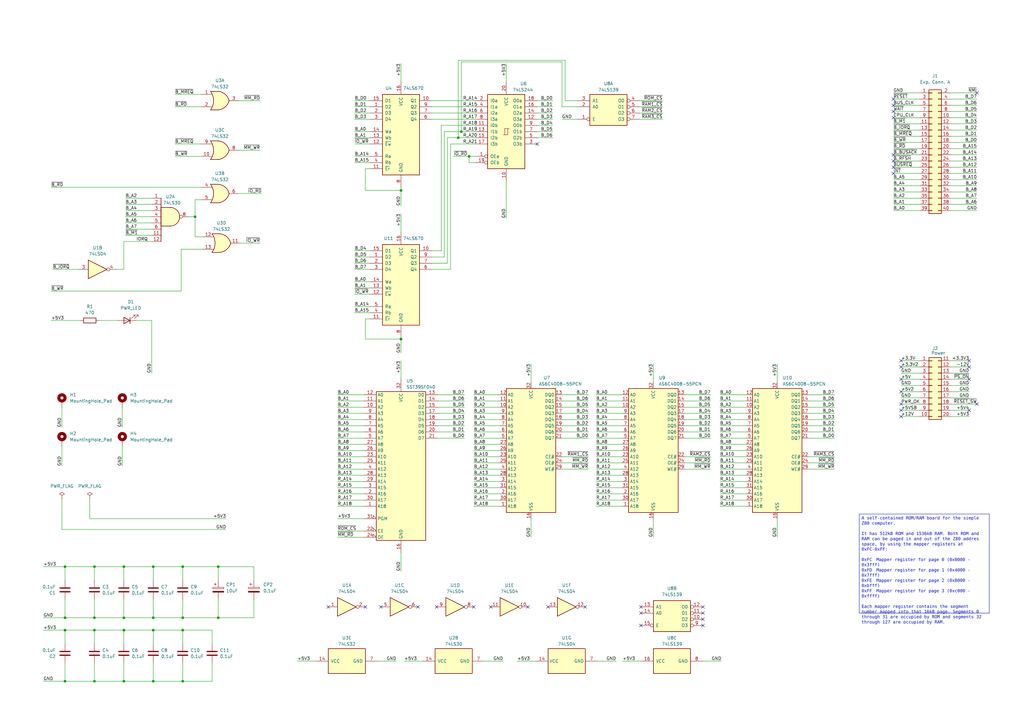
<source format=kicad_sch>
(kicad_sch (version 20230121) (generator eeschema)
  (paper "A3")
  (title_block (title "Simple Z80 ROM/RAM board (2MB)") (date "2023-09-02") (rev "1.0"))
  (junction (at 74.93 232.41))
  (junction (at 50.8 279.4))
  (junction (at 50.8 253.365))
  (junction (at 26.67 258.445))
  (junction (at 192.405 64.135))
  (junction (at 50.8 258.445))
  (junction (at 50.8 232.41))
  (junction (at 80.01 88.9))
  (junction (at 74.93 258.445))
  (junction (at 62.865 258.445))
  (junction (at 26.67 279.4))
  (junction (at 74.93 253.365))
  (junction (at 164.465 139.065))
  (junction (at 164.465 78.105))
  (junction (at 62.865 279.4))
  (junction (at 74.93 279.4))
  (junction (at 62.865 253.365))
  (junction (at 38.735 232.41))
  (junction (at 26.67 232.41))
  (junction (at 38.735 258.445))
  (junction (at 38.735 279.4))
  (junction (at 26.67 253.365))
  (junction (at 89.535 253.365))
  (junction (at 38.735 253.365))
  (junction (at 62.865 232.41))
  (junction (at 189.23 53.975))
  (junction (at 187.96 56.515))
  (junction (at 89.535 232.41))
  (no_connect (at 397.51 147.955))
  (no_connect (at 369.57 160.655))
  (no_connect (at 366.395 43.18))
  (no_connect (at 369.57 165.735))
  (no_connect (at 224.79 248.92))
  (no_connect (at 171.45 248.92))
  (no_connect (at 201.295 248.92))
  (no_connect (at 366.395 48.26))
  (no_connect (at 149.86 248.92))
  (no_connect (at 262.89 256.54))
  (no_connect (at 240.03 248.92))
  (no_connect (at 400.685 38.1))
  (no_connect (at 369.57 155.575))
  (no_connect (at 288.29 256.54))
  (no_connect (at 397.51 150.495))
  (no_connect (at 369.57 168.275))
  (no_connect (at 366.395 40.64))
  (no_connect (at 366.395 68.58))
  (no_connect (at 262.89 248.92))
  (no_connect (at 288.29 248.92))
  (no_connect (at 134.62 248.92))
  (no_connect (at 369.57 170.815))
  (no_connect (at 366.395 66.04))
  (no_connect (at 366.395 45.72))
  (no_connect (at 288.29 251.46))
  (no_connect (at 366.395 71.12))
  (no_connect (at 220.345 59.055))
  (no_connect (at 194.31 248.92))
  (no_connect (at 156.21 248.92))
  (no_connect (at 400.685 165.735))
  (no_connect (at 288.29 254))
  (no_connect (at 369.57 147.955))
  (no_connect (at 366.395 63.5))
  (no_connect (at 369.57 150.495))
  (no_connect (at 397.51 155.575))
  (no_connect (at 397.51 168.275))
  (no_connect (at 216.535 248.92))
  (no_connect (at 262.89 251.46))
  (no_connect (at 179.07 248.92))
  (wire (pts (xy 241.3 164.465) (xy 230.505 164.465)))
  (wire (pts (xy 25.4 204.47) (xy 25.4 217.17)))
  (wire (pts (xy 226.695 51.435) (xy 220.345 51.435)))
  (wire (pts (xy 145.415 46.355) (xy 151.765 46.355)))
  (wire (pts (xy 244.475 194.945) (xy 255.27 194.945)))
  (wire (pts (xy 366.395 50.8) (xy 377.19 50.8)))
  (wire (pts (xy 38.735 264.16) (xy 38.735 258.445)))
  (wire (pts (xy 21.59 110.49) (xy 32.385 110.49)))
  (wire (pts (xy 145.415 41.275) (xy 151.765 41.275)))
  (wire (pts (xy 74.295 102.235) (xy 74.295 119.38)))
  (wire (pts (xy 207.645 26.035) (xy 207.645 33.655)))
  (wire (pts (xy 241.3 179.705) (xy 230.505 179.705)))
  (wire (pts (xy 194.945 64.135) (xy 192.405 64.135)))
  (wire (pts (xy 177.165 43.815) (xy 194.945 43.815)))
  (wire (pts (xy 366.395 55.88) (xy 377.19 55.88)))
  (wire (pts (xy 194.31 192.405) (xy 205.105 192.405)))
  (wire (pts (xy 230.505 187.325) (xy 241.3 187.325)))
  (wire (pts (xy 280.67 189.865) (xy 291.465 189.865)))
  (wire (pts (xy 145.415 107.95) (xy 151.765 107.95)))
  (wire (pts (xy 50.165 167.005) (xy 50.165 175.26)))
  (wire (pts (xy 389.89 158.115) (xy 397.51 158.115)))
  (wire (pts (xy 280.67 187.325) (xy 291.465 187.325)))
  (wire (pts (xy 400.685 71.12) (xy 389.89 71.12)))
  (wire (pts (xy 366.395 45.72) (xy 377.19 45.72)))
  (wire (pts (xy 62.23 131.445) (xy 62.23 153.035)))
  (wire (pts (xy 366.395 43.18) (xy 377.19 43.18)))
  (wire (pts (xy 262.255 41.275) (xy 271.78 41.275)))
  (wire (pts (xy 295.275 174.625) (xy 306.07 174.625)))
  (wire (pts (xy 187.96 24.765) (xy 187.96 56.515)))
  (wire (pts (xy 400.685 50.8) (xy 389.89 50.8)))
  (wire (pts (xy 241.3 177.165) (xy 230.505 177.165)))
  (wire (pts (xy 50.8 279.4) (xy 62.865 279.4)))
  (wire (pts (xy 38.735 258.445) (xy 50.8 258.445)))
  (wire (pts (xy 80.01 88.9) (xy 80.01 81.915)))
  (wire (pts (xy 244.475 182.245) (xy 255.27 182.245)))
  (wire (pts (xy 138.43 205.105) (xy 149.225 205.105)))
  (wire (pts (xy 50.8 238.125) (xy 50.8 232.41)))
  (wire (pts (xy 291.465 161.925) (xy 280.67 161.925)))
  (wire (pts (xy 400.685 48.26) (xy 389.89 48.26)))
  (wire (pts (xy 138.43 200.025) (xy 149.225 200.025)))
  (wire (pts (xy 47.625 110.49) (xy 50.8 110.49)))
  (wire (pts (xy 89.535 232.41) (xy 89.535 238.125)))
  (wire (pts (xy 194.31 189.865) (xy 205.105 189.865)))
  (wire (pts (xy 217.805 149.225) (xy 217.805 156.845)))
  (wire (pts (xy 62.865 232.41) (xy 74.93 232.41)))
  (wire (pts (xy 342.265 172.085) (xy 331.47 172.085)))
  (wire (pts (xy 331.47 187.325) (xy 342.265 187.325)))
  (wire (pts (xy 400.685 76.2) (xy 389.89 76.2)))
  (wire (pts (xy 177.165 105.41) (xy 182.245 105.41)))
  (wire (pts (xy 38.735 232.41) (xy 50.8 232.41)))
  (wire (pts (xy 26.67 245.745) (xy 26.67 253.365)))
  (wire (pts (xy 366.395 60.96) (xy 377.19 60.96)))
  (wire (pts (xy 190.5 177.165) (xy 179.705 177.165)))
  (wire (pts (xy 226.695 46.355) (xy 220.345 46.355)))
  (wire (pts (xy 86.995 271.78) (xy 86.995 279.4)))
  (wire (pts (xy 194.31 197.485) (xy 205.105 197.485)))
  (wire (pts (xy 26.67 264.16) (xy 26.67 258.445)))
  (wire (pts (xy 177.165 46.355) (xy 194.945 46.355)))
  (wire (pts (xy 194.31 194.945) (xy 205.105 194.945)))
  (wire (pts (xy 25.4 182.88) (xy 25.4 191.135)))
  (wire (pts (xy 182.245 53.975) (xy 189.23 53.975)))
  (wire (pts (xy 397.51 153.035) (xy 389.89 153.035)))
  (wire (pts (xy 177.165 48.895) (xy 194.945 48.895)))
  (wire (pts (xy 267.97 220.345) (xy 267.97 212.725)))
  (wire (pts (xy 138.43 202.565) (xy 149.225 202.565)))
  (wire (pts (xy 194.31 177.165) (xy 205.105 177.165)))
  (wire (pts (xy 149.86 139.065) (xy 164.465 139.065)))
  (wire (pts (xy 89.535 253.365) (xy 89.535 245.745)))
  (wire (pts (xy 244.475 197.485) (xy 255.27 197.485)))
  (wire (pts (xy 194.31 179.705) (xy 205.105 179.705)))
  (wire (pts (xy 244.475 187.325) (xy 255.27 187.325)))
  (wire (pts (xy 366.395 66.04) (xy 377.19 66.04)))
  (wire (pts (xy 342.265 164.465) (xy 331.47 164.465)))
  (wire (pts (xy 369.57 147.955) (xy 377.19 147.955)))
  (wire (pts (xy 138.43 212.725) (xy 149.225 212.725)))
  (wire (pts (xy 190.5 172.085) (xy 179.705 172.085)))
  (wire (pts (xy 194.31 161.925) (xy 205.105 161.925)))
  (wire (pts (xy 177.165 107.95) (xy 183.515 107.95)))
  (wire (pts (xy 255.27 271.145) (xy 262.89 271.145)))
  (wire (pts (xy 38.735 279.4) (xy 50.8 279.4)))
  (wire (pts (xy 138.43 189.865) (xy 149.225 189.865)))
  (wire (pts (xy 212.09 271.145) (xy 219.71 271.145)))
  (wire (pts (xy 366.395 86.36) (xy 377.19 86.36)))
  (wire (pts (xy 244.475 192.405) (xy 255.27 192.405)))
  (wire (pts (xy 183.515 56.515) (xy 187.96 56.515)))
  (wire (pts (xy 149.86 78.105) (xy 164.465 78.105)))
  (wire (pts (xy 369.57 150.495) (xy 377.19 150.495)))
  (wire (pts (xy 397.51 150.495) (xy 389.89 150.495)))
  (wire (pts (xy 226.695 53.975) (xy 220.345 53.975)))
  (wire (pts (xy 50.8 232.41) (xy 62.865 232.41)))
  (wire (pts (xy 291.465 172.085) (xy 280.67 172.085)))
  (wire (pts (xy 138.43 169.545) (xy 149.225 169.545)))
  (wire (pts (xy 397.51 155.575) (xy 389.89 155.575)))
  (wire (pts (xy 194.31 187.325) (xy 205.105 187.325)))
  (wire (pts (xy 400.685 66.04) (xy 389.89 66.04)))
  (wire (pts (xy 25.4 217.17) (xy 92.71 217.17)))
  (wire (pts (xy 36.83 212.725) (xy 92.71 212.725)))
  (wire (pts (xy 366.395 40.64) (xy 377.19 40.64)))
  (wire (pts (xy 369.57 170.815) (xy 377.19 170.815)))
  (wire (pts (xy 138.43 161.925) (xy 149.225 161.925)))
  (wire (pts (xy 369.57 163.195) (xy 377.19 163.195)))
  (wire (pts (xy 62.865 264.16) (xy 62.865 258.445)))
  (wire (pts (xy 397.51 170.815) (xy 389.89 170.815)))
  (wire (pts (xy 164.465 139.065) (xy 164.465 138.43)))
  (wire (pts (xy 145.415 125.73) (xy 151.765 125.73)))
  (wire (pts (xy 138.43 184.785) (xy 149.225 184.785)))
  (wire (pts (xy 74.93 279.4) (xy 86.995 279.4)))
  (wire (pts (xy 342.265 177.165) (xy 331.47 177.165)))
  (wire (pts (xy 366.395 83.82) (xy 377.19 83.82)))
  (wire (pts (xy 62.865 258.445) (xy 74.93 258.445)))
  (wire (pts (xy 138.43 164.465) (xy 149.225 164.465)))
  (wire (pts (xy 192.405 66.675) (xy 192.405 64.135)))
  (wire (pts (xy 400.685 165.735) (xy 389.89 165.735)))
  (wire (pts (xy 38.735 271.78) (xy 38.735 279.4)))
  (wire (pts (xy 26.67 253.365) (xy 38.735 253.365)))
  (wire (pts (xy 25.4 167.005) (xy 25.4 175.26)))
  (wire (pts (xy 20.955 131.445) (xy 33.02 131.445)))
  (wire (pts (xy 145.415 102.87) (xy 151.765 102.87)))
  (wire (pts (xy 138.43 177.165) (xy 149.225 177.165)))
  (wire (pts (xy 400.685 58.42) (xy 389.89 58.42)))
  (wire (pts (xy 262.255 48.895) (xy 271.78 48.895)))
  (wire (pts (xy 145.415 118.11) (xy 151.765 118.11)))
  (wire (pts (xy 189.23 53.975) (xy 194.945 53.975)))
  (wire (pts (xy 226.695 43.815) (xy 220.345 43.815)))
  (wire (pts (xy 86.995 264.16) (xy 86.995 258.445)))
  (wire (pts (xy 145.415 64.135) (xy 151.765 64.135)))
  (wire (pts (xy 295.275 167.005) (xy 306.07 167.005)))
  (wire (pts (xy 295.275 161.925) (xy 306.07 161.925)))
  (wire (pts (xy 400.685 83.82) (xy 389.89 83.82)))
  (wire (pts (xy 151.765 59.055) (xy 145.415 59.055)))
  (wire (pts (xy 206.375 271.145) (xy 198.755 271.145)))
  (wire (pts (xy 138.43 192.405) (xy 149.225 192.405)))
  (wire (pts (xy 369.57 153.035) (xy 377.19 153.035)))
  (wire (pts (xy 165.735 271.145) (xy 173.355 271.145)))
  (wire (pts (xy 20.955 119.38) (xy 74.295 119.38)))
  (wire (pts (xy 74.93 238.125) (xy 74.93 232.41)))
  (wire (pts (xy 331.47 189.865) (xy 342.265 189.865)))
  (wire (pts (xy 38.735 245.745) (xy 38.735 253.365)))
  (wire (pts (xy 17.78 253.365) (xy 26.67 253.365)))
  (wire (pts (xy 400.685 68.58) (xy 389.89 68.58)))
  (wire (pts (xy 138.43 172.085) (xy 149.225 172.085)))
  (wire (pts (xy 74.93 271.78) (xy 74.93 279.4)))
  (wire (pts (xy 145.415 56.515) (xy 151.765 56.515)))
  (wire (pts (xy 366.395 48.26) (xy 377.19 48.26)))
  (wire (pts (xy 295.91 271.145) (xy 288.29 271.145)))
  (wire (pts (xy 189.23 25.4) (xy 189.23 53.975)))
  (wire (pts (xy 295.275 164.465) (xy 306.07 164.465)))
  (wire (pts (xy 231.775 41.275) (xy 236.855 41.275)))
  (wire (pts (xy 400.685 53.34) (xy 389.89 53.34)))
  (wire (pts (xy 291.465 174.625) (xy 280.67 174.625)))
  (wire (pts (xy 98.425 99.695) (xy 106.68 99.695)))
  (wire (pts (xy 230.505 192.405) (xy 241.3 192.405)))
  (wire (pts (xy 145.415 53.975) (xy 151.765 53.975)))
  (wire (pts (xy 190.5 174.625) (xy 179.705 174.625)))
  (wire (pts (xy 38.735 238.125) (xy 38.735 232.41)))
  (wire (pts (xy 400.685 81.28) (xy 389.89 81.28)))
  (wire (pts (xy 151.765 120.65) (xy 145.415 120.65)))
  (wire (pts (xy 164.465 87.63) (xy 164.465 95.25)))
  (wire (pts (xy 400.685 40.64) (xy 389.89 40.64)))
  (wire (pts (xy 244.475 169.545) (xy 255.27 169.545)))
  (wire (pts (xy 164.465 147.955) (xy 164.465 155.575)))
  (wire (pts (xy 230.505 25.4) (xy 230.505 43.815)))
  (wire (pts (xy 366.395 58.42) (xy 377.19 58.42)))
  (wire (pts (xy 104.14 232.41) (xy 104.14 238.125)))
  (wire (pts (xy 369.57 158.115) (xy 377.19 158.115)))
  (wire (pts (xy 164.465 78.105) (xy 164.465 76.835)))
  (wire (pts (xy 331.47 192.405) (xy 342.265 192.405)))
  (wire (pts (xy 164.465 144.78) (xy 164.465 139.065)))
  (wire (pts (xy 366.395 81.28) (xy 377.19 81.28)))
  (wire (pts (xy 71.755 43.815) (xy 82.55 43.815)))
  (wire (pts (xy 74.93 232.41) (xy 89.535 232.41)))
  (wire (pts (xy 295.275 177.165) (xy 306.07 177.165)))
  (wire (pts (xy 26.67 271.78) (xy 26.67 279.4)))
  (wire (pts (xy 226.695 41.275) (xy 220.345 41.275)))
  (wire (pts (xy 38.735 253.365) (xy 50.8 253.365)))
  (wire (pts (xy 190.5 161.925) (xy 179.705 161.925)))
  (wire (pts (xy 164.465 26.035) (xy 164.465 33.655)))
  (wire (pts (xy 366.395 38.1) (xy 377.19 38.1)))
  (wire (pts (xy 241.3 169.545) (xy 230.505 169.545)))
  (wire (pts (xy 400.685 45.72) (xy 389.89 45.72)))
  (wire (pts (xy 400.685 63.5) (xy 389.89 63.5)))
  (wire (pts (xy 400.685 78.74) (xy 389.89 78.74)))
  (wire (pts (xy 244.475 202.565) (xy 255.27 202.565)))
  (wire (pts (xy 217.805 220.345) (xy 217.805 212.725)))
  (wire (pts (xy 241.3 172.085) (xy 230.505 172.085)))
  (wire (pts (xy 83.185 102.235) (xy 74.295 102.235)))
  (wire (pts (xy 244.475 200.025) (xy 255.27 200.025)))
  (wire (pts (xy 180.975 51.435) (xy 194.945 51.435)))
  (wire (pts (xy 291.465 177.165) (xy 280.67 177.165)))
  (wire (pts (xy 177.165 110.49) (xy 184.785 110.49)))
  (wire (pts (xy 295.275 169.545) (xy 306.07 169.545)))
  (wire (pts (xy 291.465 167.005) (xy 280.67 167.005)))
  (wire (pts (xy 145.415 110.49) (xy 151.765 110.49)))
  (wire (pts (xy 145.415 66.675) (xy 151.765 66.675)))
  (wire (pts (xy 190.5 164.465) (xy 179.705 164.465)))
  (wire (pts (xy 50.8 253.365) (xy 62.865 253.365)))
  (wire (pts (xy 342.265 167.005) (xy 331.47 167.005)))
  (wire (pts (xy 17.78 232.41) (xy 26.67 232.41)))
  (wire (pts (xy 400.685 86.36) (xy 389.89 86.36)))
  (wire (pts (xy 138.43 179.705) (xy 149.225 179.705)))
  (wire (pts (xy 226.695 56.515) (xy 220.345 56.515)))
  (wire (pts (xy 397.51 163.195) (xy 389.89 163.195)))
  (wire (pts (xy 241.3 174.625) (xy 230.505 174.625)))
  (wire (pts (xy 400.685 60.96) (xy 389.89 60.96)))
  (wire (pts (xy 397.51 147.955) (xy 389.89 147.955)))
  (wire (pts (xy 252.73 271.145) (xy 245.11 271.145)))
  (wire (pts (xy 71.755 64.135) (xy 82.55 64.135)))
  (wire (pts (xy 369.57 160.655) (xy 377.19 160.655)))
  (wire (pts (xy 51.435 83.82) (xy 62.23 83.82)))
  (wire (pts (xy 138.43 167.005) (xy 149.225 167.005)))
  (wire (pts (xy 151.765 69.215) (xy 149.86 69.215)))
  (wire (pts (xy 230.505 189.865) (xy 241.3 189.865)))
  (wire (pts (xy 280.67 192.405) (xy 291.465 192.405)))
  (wire (pts (xy 295.275 172.085) (xy 306.07 172.085)))
  (wire (pts (xy 400.685 73.66) (xy 389.89 73.66)))
  (wire (pts (xy 50.8 245.745) (xy 50.8 253.365)))
  (wire (pts (xy 366.395 63.5) (xy 377.19 63.5)))
  (wire (pts (xy 138.43 217.805) (xy 149.225 217.805)))
  (wire (pts (xy 241.3 161.925) (xy 230.505 161.925)))
  (wire (pts (xy 244.475 184.785) (xy 255.27 184.785)))
  (wire (pts (xy 244.475 189.865) (xy 255.27 189.865)))
  (wire (pts (xy 190.5 169.545) (xy 179.705 169.545)))
  (wire (pts (xy 194.31 172.085) (xy 205.105 172.085)))
  (wire (pts (xy 50.8 99.06) (xy 62.23 99.06)))
  (wire (pts (xy 244.475 172.085) (xy 255.27 172.085)))
  (wire (pts (xy 342.265 179.705) (xy 331.47 179.705)))
  (wire (pts (xy 244.475 179.705) (xy 255.27 179.705)))
  (wire (pts (xy 295.275 179.705) (xy 306.07 179.705)))
  (wire (pts (xy 89.535 232.41) (xy 104.14 232.41)))
  (wire (pts (xy 187.96 24.765) (xy 231.775 24.765)))
  (wire (pts (xy 51.435 93.98) (xy 62.23 93.98)))
  (wire (pts (xy 149.225 220.345) (xy 138.43 220.345)))
  (wire (pts (xy 20.955 76.835) (xy 82.55 76.835)))
  (wire (pts (xy 74.93 264.16) (xy 74.93 258.445)))
  (wire (pts (xy 17.78 279.4) (xy 26.67 279.4)))
  (wire (pts (xy 342.265 161.925) (xy 331.47 161.925)))
  (wire (pts (xy 194.31 202.565) (xy 205.105 202.565)))
  (wire (pts (xy 244.475 161.925) (xy 255.27 161.925)))
  (wire (pts (xy 295.275 189.865) (xy 306.07 189.865)))
  (wire (pts (xy 318.77 149.225) (xy 318.77 156.845)))
  (wire (pts (xy 50.165 182.88) (xy 50.165 191.135)))
  (wire (pts (xy 97.79 61.595) (xy 106.68 61.595)))
  (wire (pts (xy 50.8 110.49) (xy 50.8 99.06)))
  (wire (pts (xy 26.67 258.445) (xy 38.735 258.445)))
  (wire (pts (xy 149.86 130.81) (xy 149.86 139.065)))
  (wire (pts (xy 80.01 97.155) (xy 80.01 88.9)))
  (wire (pts (xy 77.47 88.9) (xy 80.01 88.9)))
  (wire (pts (xy 295.275 187.325) (xy 306.07 187.325)))
  (wire (pts (xy 397.51 168.275) (xy 389.89 168.275)))
  (wire (pts (xy 295.275 207.645) (xy 306.07 207.645)))
  (wire (pts (xy 177.165 41.275) (xy 194.945 41.275)))
  (wire (pts (xy 194.31 174.625) (xy 205.105 174.625)))
  (wire (pts (xy 62.865 271.78) (xy 62.865 279.4)))
  (wire (pts (xy 51.435 91.44) (xy 62.23 91.44)))
  (wire (pts (xy 190.5 167.005) (xy 179.705 167.005)))
  (wire (pts (xy 244.475 174.625) (xy 255.27 174.625)))
  (wire (pts (xy 295.275 200.025) (xy 306.07 200.025)))
  (wire (pts (xy 138.43 197.485) (xy 149.225 197.485)))
  (wire (pts (xy 194.31 207.645) (xy 205.105 207.645)))
  (wire (pts (xy 138.43 174.625) (xy 149.225 174.625)))
  (wire (pts (xy 244.475 167.005) (xy 255.27 167.005)))
  (wire (pts (xy 230.505 43.815) (xy 236.855 43.815)))
  (wire (pts (xy 62.865 238.125) (xy 62.865 232.41)))
  (wire (pts (xy 244.475 205.105) (xy 255.27 205.105)))
  (wire (pts (xy 318.77 220.345) (xy 318.77 212.725)))
  (wire (pts (xy 26.67 232.41) (xy 38.735 232.41)))
  (wire (pts (xy 51.435 81.28) (xy 62.23 81.28)))
  (wire (pts (xy 121.92 271.145) (xy 129.54 271.145)))
  (wire (pts (xy 366.395 68.58) (xy 377.19 68.58)))
  (wire (pts (xy 180.975 102.87) (xy 180.975 51.435)))
  (wire (pts (xy 97.79 41.275) (xy 106.68 41.275)))
  (wire (pts (xy 369.57 168.275) (xy 377.19 168.275)))
  (wire (pts (xy 267.97 149.225) (xy 267.97 156.845)))
  (wire (pts (xy 50.8 271.78) (xy 50.8 279.4)))
  (wire (pts (xy 262.255 43.815) (xy 271.78 43.815)))
  (wire (pts (xy 145.415 105.41) (xy 151.765 105.41)))
  (wire (pts (xy 62.865 253.365) (xy 74.93 253.365)))
  (wire (pts (xy 151.765 130.81) (xy 149.86 130.81)))
  (wire (pts (xy 342.265 174.625) (xy 331.47 174.625)))
  (wire (pts (xy 184.785 59.055) (xy 194.945 59.055)))
  (wire (pts (xy 244.475 207.645) (xy 255.27 207.645)))
  (wire (pts (xy 138.43 207.645) (xy 149.225 207.645)))
  (wire (pts (xy 164.465 234.315) (xy 164.465 226.695)))
  (wire (pts (xy 230.505 48.895) (xy 236.855 48.895)))
  (wire (pts (xy 231.775 24.765) (xy 231.775 41.275)))
  (wire (pts (xy 62.23 131.445) (xy 55.88 131.445)))
  (wire (pts (xy 177.165 102.87) (xy 180.975 102.87)))
  (wire (pts (xy 62.865 279.4) (xy 74.93 279.4)))
  (wire (pts (xy 50.8 264.16) (xy 50.8 258.445)))
  (wire (pts (xy 145.415 43.815) (xy 151.765 43.815)))
  (wire (pts (xy 291.465 179.705) (xy 280.67 179.705)))
  (wire (pts (xy 51.435 96.52) (xy 62.23 96.52)))
  (wire (pts (xy 295.275 184.785) (xy 306.07 184.785)))
  (wire (pts (xy 138.43 187.325) (xy 149.225 187.325)))
  (wire (pts (xy 295.275 194.945) (xy 306.07 194.945)))
  (wire (pts (xy 80.01 81.915) (xy 82.55 81.915)))
  (wire (pts (xy 194.31 169.545) (xy 205.105 169.545)))
  (wire (pts (xy 366.395 53.34) (xy 377.19 53.34)))
  (wire (pts (xy 187.96 56.515) (xy 194.945 56.515)))
  (wire (pts (xy 26.67 279.4) (xy 38.735 279.4)))
  (wire (pts (xy 194.31 164.465) (xy 205.105 164.465)))
  (wire (pts (xy 97.79 79.375) (xy 107.315 79.375)))
  (wire (pts (xy 184.785 110.49) (xy 184.785 59.055)))
  (wire (pts (xy 83.185 97.155) (xy 80.01 97.155)))
  (wire (pts (xy 207.645 89.535) (xy 207.645 74.295)))
  (wire (pts (xy 342.265 169.545) (xy 331.47 169.545)))
  (wire (pts (xy 295.275 192.405) (xy 306.07 192.405)))
  (wire (pts (xy 149.86 69.215) (xy 149.86 78.105)))
  (wire (pts (xy 366.395 76.2) (xy 377.19 76.2)))
  (wire (pts (xy 104.14 253.365) (xy 104.14 245.745)))
  (wire (pts (xy 244.475 164.465) (xy 255.27 164.465)))
  (wire (pts (xy 74.93 258.445) (xy 86.995 258.445)))
  (wire (pts (xy 295.275 197.485) (xy 306.07 197.485)))
  (wire (pts (xy 71.755 59.055) (xy 82.55 59.055)))
  (wire (pts (xy 71.755 38.735) (xy 82.55 38.735)))
  (wire (pts (xy 51.435 86.36) (xy 62.23 86.36)))
  (wire (pts (xy 192.405 64.135) (xy 186.055 64.135)))
  (wire (pts (xy 89.535 253.365) (xy 104.14 253.365)))
  (wire (pts (xy 194.31 184.785) (xy 205.105 184.785)))
  (wire (pts (xy 295.275 202.565) (xy 306.07 202.565)))
  (wire (pts (xy 145.415 48.895) (xy 151.765 48.895)))
  (wire (pts (xy 194.31 167.005) (xy 205.105 167.005)))
  (wire (pts (xy 291.465 164.465) (xy 280.67 164.465)))
  (wire (pts (xy 369.57 165.735) (xy 377.19 165.735)))
  (wire (pts (xy 291.465 169.545) (xy 280.67 169.545)))
  (wire (pts (xy 138.43 194.945) (xy 149.225 194.945)))
  (wire (pts (xy 17.78 258.445) (xy 26.67 258.445)))
  (wire (pts (xy 138.43 182.245) (xy 149.225 182.245)))
  (wire (pts (xy 366.395 71.12) (xy 377.19 71.12)))
  (wire (pts (xy 397.51 160.655) (xy 389.89 160.655)))
  (wire (pts (xy 162.56 271.145) (xy 154.94 271.145)))
  (wire (pts (xy 74.93 253.365) (xy 89.535 253.365)))
  (wire (pts (xy 400.685 55.88) (xy 389.89 55.88)))
  (wire (pts (xy 295.275 205.105) (xy 306.07 205.105)))
  (wire (pts (xy 369.57 155.575) (xy 377.19 155.575)))
  (wire (pts (xy 183.515 107.95) (xy 183.515 56.515)))
  (wire (pts (xy 26.67 238.125) (xy 26.67 232.41)))
  (wire (pts (xy 194.945 66.675) (xy 192.405 66.675)))
  (wire (pts (xy 145.415 128.27) (xy 151.765 128.27)))
  (wire (pts (xy 241.3 167.005) (xy 230.505 167.005)))
  (wire (pts (xy 189.23 25.4) (xy 230.505 25.4)))
  (wire (pts (xy 50.8 258.445) (xy 62.865 258.445)))
  (wire (pts (xy 400.685 38.1) (xy 389.89 38.1)))
  (wire (pts (xy 194.31 200.025) (xy 205.105 200.025)))
  (wire (pts (xy 194.31 205.105) (xy 205.105 205.105)))
  (wire (pts (xy 40.64 131.445) (xy 48.26 131.445)))
  (wire (pts (xy 164.465 84.455) (xy 164.465 78.105)))
  (wire (pts (xy 182.245 105.41) (xy 182.245 53.975)))
  (wire (pts (xy 62.865 245.745) (xy 62.865 253.365)))
  (wire (pts (xy 145.415 115.57) (xy 151.765 115.57)))
  (wire (pts (xy 226.695 48.895) (xy 220.345 48.895)))
  (wire (pts (xy 190.5 179.705) (xy 179.705 179.705)))
  (wire (pts (xy 262.255 46.355) (xy 271.78 46.355)))
  (wire (pts (xy 36.83 204.47) (xy 36.83 212.725)))
  (wire (pts (xy 400.685 43.18) (xy 389.89 43.18)))
  (wire (pts (xy 51.435 88.9) (xy 62.23 88.9)))
  (wire (pts (xy 194.31 182.245) (xy 205.105 182.245)))
  (wire (pts (xy 295.275 182.245) (xy 306.07 182.245)))
  (wire (pts (xy 366.395 73.66) (xy 377.19 73.66)))
  (wire (pts (xy 366.395 78.74) (xy 377.19 78.74)))
  (wire (pts (xy 74.93 245.745) (xy 74.93 253.365)))
  (wire (pts (xy 244.475 177.165) (xy 255.27 177.165)))
  (text_box "A self-contained ROM/RAM board for the simple Z80 computer. \n\nIt has 512kB ROM and 1536kB RAM. Both ROM and RAM can be paged in and out of the Z80 addres space, by using the mapper registers at 0xFC-0xFF:\n\n0xFC	Mapper register for page 0 (0x0000 - 0x3fff)\n0xFD	Mapper register for page 1 (0x4000 - 0x7fff)\n0xFE	Mapper register for page 2 (0x8000 - 0xbfff)\n0xFF	Mapper register for page 3 (0xc000 - 0xffff)\n\nEach mapper register contains the segment number mapped into that 16kB page. Segments 0 through 31 are occupied by ROM and segments 32 through 127 are occupied by RAM." (at 352.425 210.82 0) (size 53.34 40.64) (effects (font (size 1.27 1.27)) (justify left top)))
  (label "B_A13" (at 138.43 194.945 0))
  (label "~{MM_WR}" (at 106.68 61.595 180))
  (label "B_D5" (at 342.265 167.005 180))
  (label "GND" (at 50.165 175.26 90))
  (label "~{IO_RD}" (at 186.055 64.135 0))
  (label "~{B_BUSACK}" (at 366.395 63.5 0))
  (label "B_A15" (at 145.415 66.675 0))
  (label "+5V3" (at 20.955 131.445 0))
  (label "~{MM_RD}" (at 241.3 189.865 180))
  (label "GND" (at 25.4 191.135 90))
  (label "GND" (at 397.51 163.195 180))
  (label "~{RAM1_CS}" (at 271.78 43.815 180))
  (label "B_A9" (at 400.685 76.2 180))
  (label "~{B_WR}" (at 366.395 58.42 0))
  (label "B_A3" (at 51.435 83.82 0))
  (label "B_A7" (at 51.435 93.98 0))
  (label "+3.3V3" (at 397.51 147.955 180))
  (label "GND" (at 62.23 153.035 90))
  (label "+5V3" (at 217.805 149.225 270))
  (label "+5V2" (at 369.57 160.655 0))
  (label "~{PS_ON}" (at 397.51 155.575 180))
  (label "B_D3" (at 241.3 172.085 180))
  (label "B_D6" (at 342.265 164.465 180))
  (label "B_A3" (at 138.43 169.545 0))
  (label "B_D6" (at 400.685 43.18 180))
  (label "R_A16" (at 244.475 202.565 0))
  (label "GND" (at 50.165 191.135 90))
  (label "B_A14" (at 145.415 64.135 0))
  (label "B_A2" (at 366.395 81.28 0))
  (label "~{B_M1}" (at 51.435 96.52 0))
  (label "~{B_IORQ}" (at 21.59 110.49 0))
  (label "~{B_M1}" (at 366.395 50.8 0))
  (label "B_D0" (at 226.695 41.275 180))
  (label "B_A4" (at 244.475 172.085 0))
  (label "+5V3" (at 212.09 271.145 0))
  (label "B_D6" (at 190.5 164.465 180))
  (label "B_D5" (at 291.465 167.005 180))
  (label "GND" (at 397.51 158.115 180))
  (label "B_A12" (at 295.275 192.405 0))
  (label "B_D4" (at 241.3 169.545 180))
  (label "R_A21" (at 189.865 59.055 0))
  (label "B_D2" (at 400.685 53.34 180))
  (label "GND" (at 252.73 271.145 180))
  (label "B_A12" (at 138.43 192.405 0))
  (label "B_A8" (at 138.43 182.245 0))
  (label "B_A0" (at 145.415 53.975 0))
  (label "B_A12" (at 194.31 192.405 0))
  (label "+5V3" (at 164.465 26.035 270))
  (label "B_D2" (at 190.5 174.625 180))
  (label "R_A16" (at 138.43 202.565 0))
  (label "B_D1" (at 291.465 177.165 180))
  (label "B_D1" (at 400.685 55.88 180))
  (label "~{INT}" (at 366.395 71.12 0))
  (label "B_A4" (at 138.43 172.085 0))
  (label "B_D6" (at 145.415 107.95 0))
  (label "IORQ" (at 55.88 99.06 0))
  (label "GND" (at 207.645 89.535 90))
  (label "B_D1" (at 190.5 177.165 180))
  (label "~{RAM3_CS}" (at 342.265 187.325 180))
  (label "R_A15" (at 244.475 200.025 0))
  (label "~{B_MREQ}" (at 366.395 55.88 0))
  (label "B_A10" (at 138.43 187.325 0))
  (label "~{IO_WR}" (at 106.68 99.695 180))
  (label "B_A8" (at 295.275 182.245 0))
  (label "B_A15" (at 400.685 60.96 180))
  (label "GND" (at 164.465 234.315 90))
  (label "R_A18" (at 138.43 207.645 0))
  (label "B_D5" (at 400.685 45.72 180))
  (label "R_A17" (at 138.43 205.105 0))
  (label "B_D7" (at 291.465 161.925 180))
  (label "B_A3" (at 366.395 78.74 0))
  (label "B_D7" (at 190.5 161.925 180))
  (label "~{WAIT}" (at 366.395 45.72 0))
  (label "GND" (at 217.805 220.345 90))
  (label "GND" (at 369.57 153.035 0))
  (label "B_A7" (at 138.43 179.705 0))
  (label "~{RAM2_CS}" (at 291.465 187.325 180))
  (label "+5V3" (at 92.71 212.725 180))
  (label "B_D7" (at 342.265 161.925 180))
  (label "B_A1" (at 244.475 164.465 0))
  (label "B_A8" (at 400.685 78.74 180))
  (label "B_A13" (at 194.31 194.945 0))
  (label "R_A17" (at 194.31 205.105 0))
  (label "B_D0" (at 291.465 179.705 180))
  (label "+5V3" (at 318.77 149.225 270))
  (label "B_A5" (at 366.395 73.66 0))
  (label "B_A0" (at 194.31 161.925 0))
  (label "+12V" (at 369.57 170.815 0))
  (label "+5V3" (at 207.645 26.035 270))
  (label "B_A2" (at 194.31 167.005 0))
  (label "B_A14" (at 400.685 63.5 180))
  (label "B_D2" (at 145.415 46.355 0))
  (label "B_A2" (at 138.43 167.005 0))
  (label "B_A6" (at 51.435 91.44 0))
  (label "B_A0" (at 138.43 161.925 0))
  (label "B_A11" (at 194.31 189.865 0))
  (label "R_A19" (at 189.865 53.975 0))
  (label "~{MM_RD}" (at 138.43 220.345 0))
  (label "B_D2" (at 291.465 174.625 180))
  (label "GND" (at 25.4 175.26 90))
  (label "B_A12" (at 400.685 68.58 180))
  (label "B_A8" (at 194.31 182.245 0))
  (label "B_D7" (at 400.685 40.64 180))
  (label "B_A9" (at 244.475 184.785 0))
  (label "B_D5" (at 226.695 53.975 180))
  (label "B_A5" (at 51.435 88.9 0))
  (label "GND" (at 164.465 84.455 90))
  (label "B_A0" (at 366.395 86.36 0))
  (label "~{RAM3_CS}" (at 271.78 48.895 180))
  (label "GND" (at 92.71 217.17 180))
  (label "~{NMI}" (at 400.685 38.1 180))
  (label "R_A18" (at 244.475 207.645 0))
  (label "R_A15" (at 189.865 43.815 0))
  (label "GND" (at 400.685 86.36 180))
  (label "~{RAM2_CS}" (at 271.78 46.355 180))
  (label "B_A3" (at 194.31 169.545 0))
  (label "GND" (at 267.97 220.345 90))
  (label "R_A14" (at 189.865 41.275 0))
  (label "~{RESET_SW}" (at 400.685 165.735 180))
  (label "B_D5" (at 190.5 167.005 180))
  (label "B_A5" (at 244.475 174.625 0))
  (label "R_A16" (at 295.275 202.565 0))
  (label "R_A16" (at 194.31 202.565 0))
  (label "GND" (at 397.51 153.035 180))
  (label "B_A9" (at 295.275 184.785 0))
  (label "GND" (at 318.77 220.345 90))
  (label "B_A6" (at 138.43 177.165 0))
  (label "R_A17" (at 295.275 205.105 0))
  (label "~{MM_RD}" (at 291.465 189.865 180))
  (label "B_A10" (at 400.685 73.66 180))
  (label "B_D1" (at 145.415 43.815 0))
  (label "~{MM_WR}" (at 342.265 192.405 180))
  (label "+5VSB" (at 369.57 168.275 0))
  (label "~{IO_WR}" (at 145.415 59.055 0))
  (label "B_A0" (at 145.415 115.57 0))
  (label "R_A16" (at 189.865 46.355 0))
  (label "B_A10" (at 244.475 187.325 0))
  (label "B_A11" (at 244.475 189.865 0))
  (label "B_A13" (at 244.475 194.945 0))
  (label "B_A3" (at 295.275 169.545 0))
  (label "GND" (at 369.57 163.195 0))
  (label "~{B_RD}" (at 366.395 60.96 0))
  (label "B_A15" (at 145.415 128.27 0))
  (label "+3.3V2" (at 369.57 150.495 0))
  (label "R_A18" (at 194.31 207.645 0))
  (label "~{MM_WR}" (at 291.465 192.405 180))
  (label "B_A6" (at 244.475 177.165 0))
  (label "GND" (at 295.91 271.145 180))
  (label "R_A20" (at 189.865 56.515 0))
  (label "~{IO_WR}" (at 145.415 120.65 0))
  (label "GND" (at 17.78 279.4 0))
  (label "B_D6" (at 241.3 164.465 180))
  (label "R_A18" (at 189.865 51.435 0))
  (label "B_D0" (at 241.3 179.705 180))
  (label "BUS_CLK" (at 366.395 43.18 0))
  (label "B_A1" (at 295.275 164.465 0))
  (label "GND" (at 17.78 253.365 0))
  (label "B_D2" (at 226.695 46.355 180))
  (label "B_D3" (at 342.265 172.085 180))
  (label "B_D5" (at 145.415 105.41 0))
  (label "B_A5" (at 295.275 174.625 0))
  (label "B_A1" (at 145.415 118.11 0))
  (label "GND" (at 164.465 144.78 90))
  (label "~{B_RFSH}" (at 366.395 66.04 0))
  (label "~{B_RD}" (at 71.755 43.815 0))
  (label "+5V3" (at 17.78 258.445 0))
  (label "B_D7" (at 145.415 110.49 0))
  (label "B_A1" (at 145.415 56.515 0))
  (label "B_A10" (at 194.31 187.325 0))
  (label "R_A14" (at 194.31 197.485 0))
  (label "~{B_RD}" (at 20.955 76.835 0))
  (label "+5V3" (at 397.51 170.815 180))
  (label "~{MM_WR}" (at 241.3 192.405 180))
  (label "B_D0" (at 145.415 41.275 0))
  (label "B_A1" (at 194.31 164.465 0))
  (label "B_D4" (at 145.415 102.87 0))
  (label "B_A11" (at 295.275 189.865 0))
  (label "B_D3" (at 400.685 50.8 180))
  (label "B_A11" (at 400.685 71.12 180))
  (label "B_A7" (at 194.31 179.705 0))
  (label "B_D7" (at 241.3 161.925 180))
  (label "B_D3" (at 145.415 48.895 0))
  (label "B_A10" (at 295.275 187.325 0))
  (label "R_A14" (at 138.43 197.485 0))
  (label "~{RESET}" (at 366.395 40.64 0))
  (label "B_D6" (at 226.695 56.515 180))
  (label "B_A12" (at 244.475 192.405 0))
  (label "~{B_WR}" (at 20.955 119.38 0))
  (label "PWR_OK" (at 369.57 165.735 0))
  (label "B_A1" (at 138.43 164.465 0))
  (label "B_D2" (at 342.265 174.625 180))
  (label "~{MM_RD}" (at 342.265 189.865 180))
  (label "B_D1" (at 342.265 177.165 180))
  (label "B_D6" (at 291.465 164.465 180))
  (label "+5V4" (at 397.51 168.275 180))
  (label "B_D4" (at 190.5 169.545 180))
  (label "R_A15" (at 295.275 200.025 0))
  (label "B_A7" (at 295.275 179.705 0))
  (label "R_A17" (at 244.475 205.105 0))
  (label "-12V" (at 397.51 150.495 180))
  (label "R_A15" (at 194.31 200.025 0))
  (label "B_A7" (at 244.475 179.705 0))
  (label "B_A1" (at 366.395 83.82 0))
  (label "GND" (at 369.57 158.115 0))
  (label "B_A14" (at 145.415 125.73 0))
  (label "B_A4" (at 295.275 172.085 0))
  (label "B_A7" (at 400.685 81.28 180))
  (label "R_A18" (at 295.275 207.645 0))
  (label "B_A2" (at 244.475 167.005 0))
  (label "B_A4" (at 194.31 172.085 0))
  (label "R_A17" (at 189.865 48.895 0))
  (label "~{IO_RD}" (at 107.315 79.375 180))
  (label "B_A13" (at 295.275 194.945 0))
  (label "B_A6" (at 400.685 83.82 180))
  (label "B_A8" (at 244.475 182.245 0))
  (label "B_A5" (at 194.31 174.625 0))
  (label "B_D2" (at 241.3 174.625 180))
  (label "R_A14" (at 295.275 197.485 0))
  (label "R_A14" (at 244.475 197.485 0))
  (label "B_A13" (at 400.685 66.04 180))
  (label "B_A5" (at 138.43 174.625 0))
  (label "R_A15" (at 138.43 200.025 0))
  (label "~{ROM_CS}" (at 138.43 217.805 0))
  (label "B_A3" (at 244.475 169.545 0))
  (label "B_A9" (at 138.43 184.785 0))
  (label "B_D0" (at 190.5 179.705 180))
  (label "~{B_MREQ}" (at 71.755 59.055 0))
  (label "~{RAM1_CS}" (at 241.3 187.325 180))
  (label "B_A6" (at 194.31 177.165 0))
  (label "GND" (at 230.505 48.895 0))
  (label "~{B_WR}" (at 71.755 64.135 0))
  (label "B_D3" (at 291.465 172.085 180))
  (label "~{BUSREQ}" (at 366.395 68.58 0))
  (label "+5V3" (at 121.92 271.145 0))
  (label "GND" (at 162.56 271.145 180))
  (label "+5V3" (at 255.27 271.145 0))
  (label "+5V3" (at 165.735 271.145 0))
  (label "B_D3" (at 190.5 172.085 180))
  (label "B_A0" (at 295.275 161.925 0))
  (label "+5V3" (at 164.465 87.63 270))
  (label "GND" (at 397.51 160.655 180))
  (label "B_D4" (at 342.265 169.545 180))
  (label "B_D5" (at 241.3 167.005 180))
  (label "B_D1" (at 241.3 177.165 180))
  (label "GND" (at 366.395 38.1 0))
  (label "+5V3" (at 17.78 232.41 0))
  (label "B_D1" (at 226.695 43.815 180))
  (label "+5V3" (at 138.43 212.725 0))
  (label "B_A11" (at 138.43 189.865 0))
  (label "B_D4" (at 226.695 51.435 180))
  (label "B_A2" (at 295.275 167.005 0))
  (label "~{MM_RD}" (at 106.68 41.275 180))
  (label "B_D4" (at 400.685 48.26 180))
  (label "B_A6" (at 295.275 177.165 0))
  (label "+3.3V" (at 369.57 147.955 0))
  (label "+5V" (at 369.57 155.575 0))
  (label "~{ROM_CS}" (at 271.78 41.275 180))
  (label "B_A4" (at 366.395 76.2 0))
  (label "CPU_CLK" (at 366.395 48.26 0))
  (label "B_D4" (at 291.465 169.545 180))
  (label "+5V3" (at 164.465 147.955 270))
  (label "B_D3" (at 226.695 48.895 180))
  (label "~{B_MREQ}" (at 71.755 38.735 0))
  (label "B_A2" (at 51.435 81.28 0))
  (label "B_A4" (at 51.435 86.36 0))
  (label "B_D0" (at 342.265 179.705 180))
  (label "B_A9" (at 194.31 184.785 0))
  (label "B_D0" (at 400.685 58.42 180))
  (label "+5V3" (at 267.97 149.225 270))
  (label "B_A0" (at 244.475 161.925 0))
  (label "GND" (at 206.375 271.145 180))
  (label "~{B_IORQ}" (at 366.395 53.34 0))
  (symbol (lib_id "power:PWR_FLAG") (at 36.83 204.47 0) (unit 1)
    (property "Reference" "#FLG02" (effects hide))
    (property "Value" "PWR_FLAG" (at 36.83 199.39 0))
  )
  (symbol (lib_id "74xx:74LS30") (at 186.055 271.145 90) (unit 2)
    (property "Reference" "U2" (at 186.055 261.62 90))
    (property "Value" "74LS30" (at 186.055 264.16 90))
    (property "Footprint" "Package_DIP:DIP-14_W7.62mm_Socket" (effects hide))
    (property "Datasheet" "http://www.ti.com/lit/gpn/sn74LS30" (effects hide))
  )
  (symbol (lib_id "74xx:74LS04") (at 40.005 110.49 0) (unit 2)
    (property "Reference" "U1" (at 40.005 101.6 0))
    (property "Value" "74LS04" (at 40.005 104.14 0))
    (property "Footprint" "Package_DIP:DIP-14_W7.62mm_Socket" (effects hide))
    (property "Datasheet" "http://www.ti.com/lit/gpn/sn74LS04" (effects hide))
  )
  (symbol (lib_id "Memory_RAM:AS6C4008-55PCN") (at 267.97 184.785 0) (unit 1)
    (property "Reference" "U9" (at 270.1641 154.94 0) (effects (justify left)))
    (property "Value" "AS6C4008-55PCN" (at 270.1641 157.48 0) (effects (justify left)))
    (property "Footprint" "Package_DIP:DIP-32_W15.24mm_Socket" (effects hide))
    (property "Datasheet" "https://www.alliancememory.com/wp-content/uploads/pdf/AS6C4008.pdf" (effects hide))
  )
  (symbol (lib_id "Mechanical:MountingHole_Pad") (at 50.165 180.34 0) (unit 1)
    (property "Reference" "H4" (at 53.34 177.7999 0) (effects (justify left)))
    (property "Value" "MountingHole_Pad" (at 53.34 180.3399 0) (effects (justify left)))
    (property "Footprint" "MountingHole:MountingHole_3.2mm_M3_ISO7380_Pad" (effects hide))
  )
  (symbol (lib_id "Device:C") (at 50.8 267.97 0) (unit 1)
    (property "Reference" "C6" (at 53.975 266.7 0) (effects (justify left)))
    (property "Value" "0.1uF" (at 53.975 269.24 0) (effects (justify left)))
    (property "Footprint" "Capacitor_THT:C_Disc_D5.0mm_W2.5mm_P2.50mm" (effects hide))
  )
  (symbol (lib_id "74xx:74LS32") (at 90.805 99.695 0) (unit 4)
    (property "Reference" "U3" (at 90.805 91.44 0))
    (property "Value" "74LS32" (at 90.805 93.98 0))
    (property "Footprint" "Package_DIP:DIP-14_W7.62mm_Socket" (effects hide))
    (property "Datasheet" "http://www.ti.com/lit/gpn/sn74LS32" (effects hide))
  )
  (symbol (lib_id "74xx:74LS670") (at 164.465 53.975 0) (unit 1)
    (property "Reference" "U4" (at 159.385 36.195 0))
    (property "Value" "74LS670" (at 169.545 36.195 0))
    (property "Footprint" "Package_DIP:DIP-16_W7.62mm_Socket" (effects hide))
    (property "Datasheet" "http://www.ti.com/lit/gpn/sn74LS670" (effects hide))
  )
  (symbol (lib_id "Device:C") (at 38.735 241.935 0) (unit 1)
    (property "Reference" "C3" (at 41.91 240.665 0) (effects (justify left)))
    (property "Value" "0.1uF" (at 41.91 243.205 0) (effects (justify left)))
    (property "Footprint" "Capacitor_THT:C_Disc_D5.0mm_W2.5mm_P2.50mm" (effects hide))
  )
  (symbol (lib_id "Device:C") (at 74.93 267.97 0) (unit 1)
    (property "Reference" "C10" (at 78.105 266.7 0) (effects (justify left)))
    (property "Value" "0.1uF" (at 78.105 269.24 0) (effects (justify left)))
    (property "Footprint" "Capacitor_THT:C_Disc_D5.0mm_W2.5mm_P2.50mm" (effects hide))
  )
  (symbol (lib_id "Device:R") (at 36.83 131.445 90) (unit 1)
    (property "Reference" "R1" (at 36.83 125.73 90))
    (property "Value" "470" (at 36.83 128.27 90))
    (property "Footprint" "Resistor_THT:R_Axial_DIN0204_L3.6mm_D1.6mm_P7.62mm_Horizontal" (effects hide))
  )
  (symbol (lib_id "74xx:74LS04") (at 232.41 271.145 90) (unit 7)
    (property "Reference" "U1" (at 232.41 261.62 90))
    (property "Value" "74LS04" (at 232.41 264.16 90))
    (property "Footprint" "Package_DIP:DIP-14_W7.62mm_Socket" (effects hide))
    (property "Datasheet" "http://www.ti.com/lit/gpn/sn74LS04" (effects hide))
  )
  (symbol (lib_id "Memory_RAM:AS6C4008-55PCN") (at 217.805 184.785 0) (unit 1)
    (property "Reference" "U7" (at 222.885 154.94 0) (effects (justify left)))
    (property "Value" "AS6C4008-55PCN" (at 220.98 157.48 0) (effects (justify left)))
    (property "Footprint" "Package_DIP:DIP-32_W15.24mm_Socket" (effects hide))
    (property "Datasheet" "https://www.alliancememory.com/wp-content/uploads/pdf/AS6C4008.pdf" (effects hide))
  )
  (symbol (lib_id "74xx:74LS04") (at 142.24 248.92 0) (unit 1)
    (property "Reference" "U1" (at 142.24 240.03 0))
    (property "Value" "74LS04" (at 142.24 242.57 0))
    (property "Footprint" "Package_DIP:DIP-14_W7.62mm_Socket" (effects hide))
    (property "Datasheet" "http://www.ti.com/lit/gpn/sn74LS04" (effects hide))
  )
  (symbol (lib_id "74xx:74LS04") (at 186.69 248.92 0) (unit 4)
    (property "Reference" "U1" (at 186.69 240.03 0))
    (property "Value" "74LS04" (at 186.69 242.57 0))
    (property "Footprint" "Package_DIP:DIP-14_W7.62mm_Socket" (effects hide))
    (property "Datasheet" "http://www.ti.com/lit/gpn/sn74LS04" (effects hide))
  )
  (symbol (lib_id "Mechanical:MountingHole_Pad") (at 25.4 164.465 0) (unit 1)
    (property "Reference" "H1" (at 28.575 161.9249 0) (effects (justify left)))
    (property "Value" "MountingHole_Pad" (at 28.575 164.4649 0) (effects (justify left)))
    (property "Footprint" "MountingHole:MountingHole_3.2mm_M3_ISO7380_Pad" (effects hide))
  )
  (symbol (lib_id "Device:LED") (at 52.07 131.445 180) (unit 1)
    (property "Reference" "D1" (at 53.6575 123.825 0))
    (property "Value" "PWR_LED" (at 53.6575 126.365 0))
    (property "Footprint" "LED_THT:LED_D3.0mm" (effects hide))
  )
  (symbol (lib_id "Mechanical:MountingHole_Pad") (at 50.165 164.465 0) (unit 1)
    (property "Reference" "H3" (at 53.34 161.9249 0) (effects (justify left)))
    (property "Value" "MountingHole_Pad" (at 53.34 164.4649 0) (effects (justify left)))
    (property "Footprint" "MountingHole:MountingHole_3.2mm_M3_ISO7380_Pad" (effects hide))
  )
  (symbol (lib_id "Device:C") (at 62.865 267.97 0) (unit 1)
    (property "Reference" "C8" (at 66.04 266.7 0) (effects (justify left)))
    (property "Value" "0.1uF" (at 66.04 269.24 0) (effects (justify left)))
    (property "Footprint" "Capacitor_THT:C_Disc_D5.0mm_W2.5mm_P2.50mm" (effects hide))
  )
  (symbol (lib_id "Device:C") (at 50.8 241.935 0) (unit 1)
    (property "Reference" "C5" (at 53.975 240.665 0) (effects (justify left)))
    (property "Value" "0.1uF" (at 53.975 243.205 0) (effects (justify left)))
    (property "Footprint" "Capacitor_THT:C_Disc_D5.0mm_W2.5mm_P2.50mm" (effects hide))
  )
  (symbol (lib_id "74xx:74LS32") (at 142.24 271.145 90) (unit 5)
    (property "Reference" "U3" (at 142.24 261.62 90))
    (property "Value" "74LS32" (at 142.24 264.16 90))
    (property "Footprint" "Package_DIP:DIP-14_W7.62mm_Socket" (effects hide))
    (property "Datasheet" "http://www.ti.com/lit/gpn/sn74LS32" (effects hide))
  )
  (symbol (lib_id "74xx:74LS30") (at 69.85 88.9 0) (unit 1)
    (property "Reference" "U2" (at 69.85 80.645 0))
    (property "Value" "74LS30" (at 70.485 83.185 0))
    (property "Footprint" "Package_DIP:DIP-14_W7.62mm_Socket" (effects hide))
    (property "Datasheet" "http://www.ti.com/lit/gpn/sn74LS30" (effects hide))
  )
  (symbol (lib_id "74xx:74LS244") (at 207.645 53.975 0) (unit 1)
    (property "Reference" "U6" (at 213.36 34.29 0) (effects (justify left)))
    (property "Value" "74LS244" (at 210.185 36.83 0) (effects (justify left)))
    (property "Footprint" "Package_DIP:DIP-20_W7.62mm_Socket" (effects hide))
    (property "Datasheet" "http://www.ti.com/lit/ds/symlink/sn74ls244.pdf" (effects hide))
  )
  (symbol (lib_id "Device:C") (at 62.865 241.935 0) (unit 1)
    (property "Reference" "C7" (at 66.04 240.665 0) (effects (justify left)))
    (property "Value" "0.1uF" (at 66.04 243.205 0) (effects (justify left)))
    (property "Footprint" "Capacitor_THT:C_Disc_D5.0mm_W2.5mm_P2.50mm" (effects hide))
  )
  (symbol (lib_id "74xx:74LS139") (at 249.555 43.815 0) (unit 1)
    (property "Reference" "U8" (at 249.555 34.29 0))
    (property "Value" "74LS139" (at 249.555 36.83 0))
    (property "Footprint" "Package_DIP:DIP-16_W7.62mm_Socket" (effects hide))
    (property "Datasheet" "http://www.ti.com/lit/ds/symlink/sn74ls139a.pdf" (effects hide))
  )
  (symbol (lib_id "74xx:74LS04") (at 208.915 248.92 0) (unit 5)
    (property "Reference" "U1" (at 208.915 240.03 0))
    (property "Value" "74LS04" (at 208.915 242.57 0))
    (property "Footprint" "Package_DIP:DIP-14_W7.62mm_Socket" (effects hide))
    (property "Datasheet" "http://www.ti.com/lit/gpn/sn74LS04" (effects hide))
  )
  (symbol (lib_id "74xx:74LS32") (at 90.17 61.595 0) (unit 3)
    (property "Reference" "U3" (at 90.17 53.34 0))
    (property "Value" "74LS32" (at 90.17 55.88 0))
    (property "Footprint" "Package_DIP:DIP-14_W7.62mm_Socket" (effects hide))
    (property "Datasheet" "http://www.ti.com/lit/gpn/sn74LS32" (effects hide))
  )
  (symbol (lib_id "74xx:74LS139") (at 275.59 271.145 90) (unit 3)
    (property "Reference" "U8" (at 275.59 261.62 90))
    (property "Value" "74LS139" (at 275.59 264.16 90))
    (property "Footprint" "Package_DIP:DIP-16_W7.62mm_Socket" (effects hide))
    (property "Datasheet" "http://www.ti.com/lit/ds/symlink/sn74ls139a.pdf" (effects hide))
  )
  (symbol (lib_id "Device:C") (at 74.93 241.935 0) (unit 1)
    (property "Reference" "C9" (at 78.105 240.665 0) (effects (justify left)))
    (property "Value" "0.1uF" (at 78.105 243.205 0) (effects (justify left)))
    (property "Footprint" "Capacitor_THT:C_Disc_D5.0mm_W2.5mm_P2.50mm" (effects hide))
  )
  (symbol (lib_id "Device:C") (at 86.995 267.97 0) (unit 1)
    (property "Reference" "C11" (at 90.17 266.7 0) (effects (justify left)))
    (property "Value" "0.1uF" (at 90.17 269.24 0) (effects (justify left)))
    (property "Footprint" "Capacitor_THT:C_Disc_D5.0mm_W2.5mm_P2.50mm" (effects hide))
  )
  (symbol (lib_id "Mechanical:MountingHole_Pad") (at 25.4 180.34 0) (unit 1)
    (property "Reference" "H2" (at 28.575 177.7999 0) (effects (justify left)))
    (property "Value" "MountingHole_Pad" (at 28.575 180.3399 0) (effects (justify left)))
    (property "Footprint" "MountingHole:MountingHole_3.2mm_M3_ISO7380_Pad" (effects hide))
  )
  (symbol (lib_id "Device:C_Polarized") (at 104.14 241.935 0) (unit 1)
    (property "Reference" "CP2" (at 107.95 239.776 0) (effects (justify left)))
    (property "Value" "0.1uF" (at 107.95 242.316 0) (effects (justify left)))
    (property "Footprint" "Capacitor_THT:CP_Radial_D5.0mm_P2.50mm" (effects hide))
  )
  (symbol (lib_id "Device:C") (at 26.67 241.935 0) (unit 1)
    (property "Reference" "C1" (at 22.86 243.205 0) (effects (justify right)))
    (property "Value" "0.1uF" (at 22.86 240.665 0) (effects (justify right)))
    (property "Footprint" "Capacitor_THT:C_Disc_D5.0mm_W2.5mm_P2.50mm" (effects hide))
  )
  (symbol (lib_id "Device:C") (at 38.735 267.97 0) (unit 1)
    (property "Reference" "C4" (at 41.91 266.7 0) (effects (justify left)))
    (property "Value" "0.1uF" (at 41.91 269.24 0) (effects (justify left)))
    (property "Footprint" "Capacitor_THT:C_Disc_D5.0mm_W2.5mm_P2.50mm" (effects hide))
  )
  (symbol (lib_id "Memory_Flash:SST39SF040") (at 164.465 192.405 0) (unit 1)
    (property "Reference" "U5" (at 166.6591 156.21 0) (effects (justify left)))
    (property "Value" "SST39SF040" (at 166.6591 158.75 0) (effects (justify left)))
    (property "Footprint" "Package_DIP:DIP-32_W15.24mm_Socket" (effects hide))
    (property "Datasheet" "http://ww1.microchip.com/downloads/en/DeviceDoc/25022B.pdf" (effects hide))
  )
  (symbol (lib_id "74xx:74LS670") (at 164.465 115.57 0) (unit 1)
    (property "Reference" "U11" (at 159.385 97.79 0))
    (property "Value" "74LS670" (at 169.545 97.79 0))
    (property "Footprint" "Package_DIP:DIP-16_W7.62mm_Socket" (effects hide))
    (property "Datasheet" "http://www.ti.com/lit/gpn/sn74LS670" (effects hide))
  )
  (symbol (lib_id "Device:C_Polarized") (at 89.535 241.935 0) (unit 1)
    (property "Reference" "CP1" (at 92.71 239.776 0) (effects (justify left)))
    (property "Value" "10uF" (at 92.71 242.316 0) (effects (justify left)))
    (property "Footprint" "Capacitor_THT:CP_Radial_D5.0mm_P2.50mm" (effects hide))
  )
  (symbol (lib_id "74xx:74LS32") (at 90.17 79.375 0) (unit 2)
    (property "Reference" "U3" (at 90.17 71.12 0))
    (property "Value" "74LS32" (at 90.17 73.66 0))
    (property "Footprint" "Package_DIP:DIP-14_W7.62mm_Socket" (effects hide))
    (property "Datasheet" "http://www.ti.com/lit/gpn/sn74LS32" (effects hide))
  )
  (symbol (lib_id "power:PWR_FLAG") (at 25.4 204.47 0) (unit 1)
    (property "Reference" "#FLG01" (effects hide))
    (property "Value" "PWR_FLAG" (at 25.4 199.39 0))
  )
  (symbol (lib_id "Connector_Generic:Conn_02x10_Top_Bottom") (at 382.27 158.115 0) (unit 1)
    (property "Reference" "J2" (at 383.54 142.875 0))
    (property "Value" "Power" (at 384.81 144.78 0))
    (property "Footprint" "Connector_IDC:IDC-Header_2x10_P2.54mm_Horizontal" (effects hide))
  )
  (symbol (lib_id "74xx:74LS32") (at 90.17 41.275 0) (unit 1)
    (property "Reference" "U3" (at 90.17 33.02 0))
    (property "Value" "74LS32" (at 90.17 35.56 0))
    (property "Footprint" "Package_DIP:DIP-14_W7.62mm_Socket" (effects hide))
    (property "Datasheet" "http://www.ti.com/lit/gpn/sn74LS32" (effects hide))
  )
  (symbol (lib_id "Connector_Generic:Conn_02x20_Odd_Even") (at 382.27 60.96 0) (unit 1)
    (property "Reference" "J1" (at 383.54 31.115 0))
    (property "Value" "Exp. Conn. A" (at 383.54 33.655 0))
    (property "Footprint" "Connector_IDC:IDC-Header_2x20_P2.54mm_Horizontal" (effects hide))
  )
  (symbol (lib_id "Device:C") (at 26.67 267.97 0) (unit 1)
    (property "Reference" "C2" (at 22.86 269.24 0) (effects (justify right)))
    (property "Value" "0.1uF" (at 22.86 266.7 0) (effects (justify right)))
    (property "Footprint" "Capacitor_THT:C_Disc_D5.0mm_W2.5mm_P2.50mm" (effects hide))
  )
  (symbol (lib_id "Memory_RAM:AS6C4008-55PCN") (at 318.77 184.785 0) (unit 1)
    (property "Reference" "U10" (at 320.9641 154.94 0) (effects (justify left)))
    (property "Value" "AS6C4008-55PCN" (at 320.9641 157.48 0) (effects (justify left)))
    (property "Footprint" "Package_DIP:DIP-32_W15.24mm_Socket" (effects hide))
    (property "Datasheet" "https://www.alliancememory.com/wp-content/uploads/pdf/AS6C4008.pdf" (effects hide))
  )
  (symbol (lib_id "74xx:74LS04") (at 163.83 248.92 0) (unit 3)
    (property "Reference" "U1" (at 163.83 240.03 0))
    (property "Value" "74LS04" (at 163.83 242.57 0))
    (property "Footprint" "Package_DIP:DIP-14_W7.62mm_Socket" (effects hide))
    (property "Datasheet" "http://www.ti.com/lit/gpn/sn74LS04" (effects hide))
  )
  (symbol (lib_id "74xx:74LS04") (at 232.41 248.92 0) (unit 6)
    (property "Reference" "U1" (at 232.41 240.03 0))
    (property "Value" "74LS04" (at 232.41 242.57 0))
    (property "Footprint" "Package_DIP:DIP-14_W7.62mm_Socket" (effects hide))
    (property "Datasheet" "http://www.ti.com/lit/gpn/sn74LS04" (effects hide))
  )
  (symbol (lib_id "74xx:74LS139") (at 275.59 251.46 0) (unit 2)
    (property "Reference" "U8" (at 275.59 241.3 0))
    (property "Value" "74LS139" (at 275.59 243.84 0))
    (property "Footprint" "Package_DIP:DIP-16_W7.62mm_Socket" (effects hide))
    (property "Datasheet" "http://www.ti.com/lit/ds/symlink/sn74ls139a.pdf" (effects hide))
  )
)
</source>
